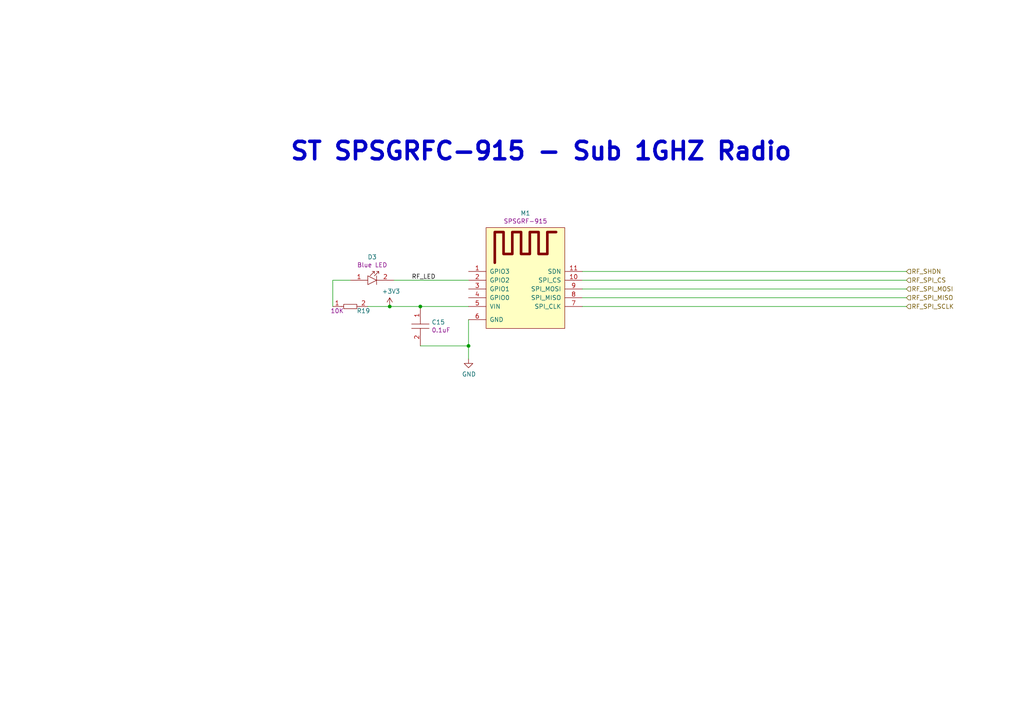
<source format=kicad_sch>
(kicad_sch (version 20231120) (generator "eeschema") (generator_version "8.0")
  (paper "A4")
  (lib_symbols
    (symbol "AVR-KiCAD-Lib-Capacitors:C0402C104K9PACTU" (pin_names (offset 1.016))
      (property "Reference" "C" (at -2.54 2.54 0))
      (property "_Value_" "0.1uF" (at 58.42 63.5 0))
      (symbol "C0402C104K9PACTU_1_1"
        (polyline (pts (xy 0 2.54) (xy 0 -2.54)))
        (polyline (pts (xy 1.27 2.54) (xy 1.27 -2.54)))
        (pin input line (at -5.08 0 0) (length 5.08) (name "~") (number "1"))
        (pin input line (at 6.35 0 180) (length 5.08) (name "~") (number "2"))
      )
    )
    (symbol "AVR-KiCAD-Lib-Diodes:LTST-C194TBKT" (pin_names (offset 1.016))
      (property "Reference" "D" (at -2.54 2.54 0))
      (property "_Value_" "Blue LED" (at 58.42 63.5 0))
      (symbol "LTST-C194TBKT_0_1"
        (polyline (pts (xy -0.635 1.27) (xy 0.635 2.54)))
        (polyline (pts (xy 0.635 2.54) (xy 0 2.54)))
        (polyline (pts (xy 0.635 2.54) (xy 0.635 1.905)))
        (polyline (pts (xy 1.27 -1.27) (xy 1.27 1.27)))
        (polyline (pts (xy 1.905 2.54) (xy 1.905 1.905)))
        (polyline (pts (xy 0.635 1.27) (xy 1.905 2.54) (xy 1.27 2.54)))
        (polyline (pts (xy -1.27 1.27) (xy -1.27 -1.27) (xy 1.27 0) (xy -1.27 1.27)))
      )
      (symbol "LTST-C194TBKT_1_1"
        (pin passive line (at -6.35 0 0) (length 5.08) (name "~") (number "1"))
        (pin passive line (at 6.35 0 180) (length 5.08) (name "~") (number "2"))
      )
    )
    (symbol "AVR-KiCAD-Lib-Modules:SPSGRF-915" (pin_names (offset 1.016))
      (property "Reference" "M" (at 0 1.27 0))
      (property "_Value_" "SPSGRF-915" (at 6.35 -30.48 0))
      (symbol "SPSGRF-915_0_1"
        (rectangle (start 0 0) (end 22.86 -29.21) (fill (type background)))
      )
      (symbol "SPSGRF-915_1_1"
        (polyline (pts (xy 2.54 -10.16) (xy 2.54 -1.27) (xy 5.08 -1.27) (xy 5.08 -7.62) (xy 7.62 -7.62) (xy 7.62 -1.27) (xy 10.16 -1.27) (xy 10.16 -7.62) (xy 12.7 -7.62) (xy 12.7 -1.27) (xy 15.24 -1.27) (xy 15.24 -7.62) (xy 17.78 -7.62) (xy 17.78 -1.27) (xy 20.32 -1.27)) (stroke (width 0.762)))
        (pin bidirectional line (at -5.08 -12.7 0) (length 5.08) (name "GPIO3") (number "1"))
        (pin output line (at 27.94 -15.24 180) (length 5.08) (name "SPI_CS") (number "10"))
        (pin input line (at 27.94 -12.7 180) (length 5.08) (name "SDN") (number "11"))
        (pin bidirectional line (at -5.08 -15.24 0) (length 5.08) (name "GPIO2") (number "2"))
        (pin bidirectional line (at -5.08 -17.78 0) (length 5.08) (name "GPIO1") (number "3"))
        (pin bidirectional line (at -5.08 -20.32 0) (length 5.08) (name "GPIO0") (number "4"))
        (pin power_in line (at -5.08 -22.86 0) (length 5.08) (name "VIN") (number "5"))
        (pin passive line (at -5.08 -26.67 0) (length 5.08) (name "GND") (number "6"))
        (pin output line (at 27.94 -22.86 180) (length 5.08) (name "SPI_CLK") (number "7"))
        (pin input line (at 27.94 -20.32 180) (length 5.08) (name "SPI_MISO") (number "8"))
        (pin output line (at 27.94 -17.78 180) (length 5.08) (name "SPI_MOSI") (number "9"))
      )
    )
    (symbol "AVR-KiCAD-Lib-Resistors:RC0402FR-0710KL" (pin_names (offset 1.016))
      (property "Reference" "R" (at -2.54 2.54 0))
      (property "Value" "RC0402FR-0710KL" (at 1.27 5.08 0))
      (property "_Value_" "10K" (at 58.42 63.5 0))
      (symbol "RC0402FR-0710KL_0_1"
        (rectangle (start -1.905 0.635) (end 1.905 -0.635))
        (polyline (pts (xy -2.54 0) (xy -1.905 0)))
        (polyline (pts (xy -1.905 0) (xy -1.905 0)))
        (polyline (pts (xy 1.905 0) (xy 1.905 0)))
        (polyline (pts (xy 2.54 0) (xy 1.905 0)))
      )
      (symbol "RC0402FR-0710KL_1_1"
        (pin passive line (at -5.08 0 0) (length 2.5146) (name "~") (number "1"))
        (pin passive line (at 5.08 0 180) (length 2.5146) (name "~") (number "2"))
      )
    )
    (symbol "SunLeaf-Sense-S1G-rescue:+3V3-power" (power) (pin_names (offset 0))
      (property "Value" "power_+3V3" (at 0 3.556 0))
      (symbol "+3V3-power_0_1"
        (polyline (pts (xy -0.762 1.27) (xy 0 2.54)))
        (polyline (pts (xy 0 0) (xy 0 2.54)))
        (polyline (pts (xy 0 2.54) (xy 0.762 1.27)))
      )
      (symbol "+3V3-power_1_1"
        (pin power_in line (at 0 0 90) (length 0) hide (name "+3V3") (number "1"))
      )
    )
    (symbol "SunLeaf-Sense-S1G-rescue:GND-power" (power) (pin_names (offset 0))
      (property "Value" "power_GND" (at 0 -3.81 0))
      (symbol "GND-power_0_1"
        (polyline (pts (xy 0 0) (xy 0 -1.27) (xy 1.27 -1.27) (xy 0 -2.54) (xy -1.27 -1.27) (xy 0 -1.27)))
      )
      (symbol "GND-power_1_1"
        (pin power_in line (at 0 0 270) (length 0) hide (name "GND") (number "1"))
      )
    )
  )
  (junction (at 121.92 88.9))
  (junction (at 113.03 88.9))
  (junction (at 135.89 100.33))
  (wire (pts (xy 106.68 88.9) (xy 113.03 88.9)))
  (wire (pts (xy 135.89 100.33) (xy 135.89 104.14)))
  (wire (pts (xy 96.52 88.9) (xy 96.52 81.28)))
  (wire (pts (xy 121.92 100.33) (xy 135.89 100.33)))
  (wire (pts (xy 114.3 81.28) (xy 135.89 81.28)))
  (wire (pts (xy 168.91 88.9) (xy 262.89 88.9)))
  (wire (pts (xy 121.92 88.9) (xy 113.03 88.9)))
  (wire (pts (xy 262.89 81.28) (xy 168.91 81.28)))
  (wire (pts (xy 262.89 86.36) (xy 168.91 86.36)))
  (wire (pts (xy 96.52 81.28) (xy 101.6 81.28)))
  (wire (pts (xy 168.91 83.82) (xy 262.89 83.82)))
  (wire (pts (xy 135.89 92.71) (xy 135.89 100.33)))
  (wire (pts (xy 135.89 88.9) (xy 121.92 88.9)))
  (wire (pts (xy 168.91 78.74) (xy 262.89 78.74)))
  (text "ST SPSGRFC-915 - Sub 1GHZ Radio" (at 83.82 46.99 0) (effects (font (size 5.08 5.08) (thickness 1.016) (bold yes)) (justify left bottom)))
  (label "RF_LED" (at 119.38 81.28 0))
  (hierarchical_label "RF_SPI_MOSI" (shape input) (at 262.89 83.82 0))
  (hierarchical_label "RF_SHDN" (shape input) (at 262.89 78.74 0))
  (hierarchical_label "RF_SPI_SCLK" (shape input) (at 262.89 88.9 0))
  (hierarchical_label "RF_SPI_MISO" (shape input) (at 262.89 86.36 0))
  (hierarchical_label "RF_SPI_CS" (shape input) (at 262.89 81.28 0))
  (symbol (lib_id "SunLeaf-Sense-S1G-rescue:+3V3-power") (at 113.03 88.9 0) (unit 1)
    (property "Reference" "#PWR020" (effects (hide yes)))
    (property "Value" "+3V3" (at 113.411 84.5058 0))
  )
  (symbol (lib_id "SunLeaf-Sense-S1G-rescue:GND-power") (at 135.89 104.14 0) (unit 1)
    (property "Reference" "#PWR021" (effects (hide yes)))
    (property "Value" "GND" (at 136.017 108.5342 0))
  )
  (symbol (lib_id "AVR-KiCAD-Lib-Diodes:LTST-C194TBKT") (at 107.95 81.28 0) (unit 1)
    (property "Reference" "D3" (at 107.95 74.549 0))
    (property "Value" "LTST-C194TBKT" (effects (hide yes)))
    (property "Footprint" "AVR-KiCAD-Lib-Diodes:LED0603" (effects (hide yes)))
    (property "Datasheet" "http://optoelectronics.liteon.com/upload/download/DS22-2010-0025/LTST-C194TBKT.PDF" (effects (hide yes)))
    (property "Cost QTY: 1" "0.42000" (effects (hide yes)))
    (property "Cost QTY: 1000" "0.07797" (effects (hide yes)))
    (property "Cost QTY: 2500" "*" (effects (hide yes)))
    (property "Cost QTY: 5000" "0.06102" (effects (hide yes)))
    (property "Cost QTY: 10000" "0.05424" (effects (hide yes)))
    (property "MFR" "Lite-On Inc." (effects (hide yes)))
    (property "MFR#" "LTST-C194TBKT" (effects (hide yes)))
    (property "Vendor" "Digikey" (effects (hide yes)))
    (property "Vendor #" "160-1837-2-ND" (effects (hide yes)))
    (property "Designer" "AVR" (effects (hide yes)))
    (property "Height" "0.45mm" (effects (hide yes)))
    (property "Date Created" "3/1/2020" (effects (hide yes)))
    (property "Date Modified" "3/1/2020" (effects (hide yes)))
    (property "Lead-Free ?" "Yes" (effects (hide yes)))
    (property "RoHS Levels" "1" (effects (hide yes)))
    (property "Mounting" "SMT" (effects (hide yes)))
    (property "Pin Count #" "2" (effects (hide yes)))
    (property "Status" "Active" (effects (hide yes)))
    (property "Tolerance" "*" (effects (hide yes)))
    (property "Type" "Blue LED Colorless" (effects (hide yes)))
    (property "Voltage" "3.3V" (effects (hide yes)))
    (property "Package" "0603" (effects (hide yes)))
    (property "Description" "Blue 468nm LED Indication - Discrete 3.3V 0603 (1608 Metric)" (effects (hide yes)))
    (property "_Value_" "Blue LED" (at 107.95 76.8604 0))
    (property "Management_ID" "*" (effects (hide yes)))
  )
  (symbol (lib_id "AVR-KiCAD-Lib-Resistors:RC0402FR-0710KL") (at 101.6 88.9 0) (unit 1)
    (property "Reference" "R19" (at 105.41 90.17 0))
    (property "Value" "RC0402FR-0710KL" (effects (hide yes)))
    (property "Footprint" "AVR-KiCAD-Lib-Resistors:R0402" (effects (hide yes)))
    (property "Datasheet" "https://www.yageo.com/upload/media/product/productsearch/datasheet/rchip/PYu-RC_Group_51_RoHS_L_10.pdf" (effects (hide yes)))
    (property "Cost QTY: 1" "0.10000" (effects (hide yes)))
    (property "Cost QTY: 1000" "0.00289" (effects (hide yes)))
    (property "Cost QTY: 2500" "0.00251" (effects (hide yes)))
    (property "Cost QTY: 5000" "0.00207" (effects (hide yes)))
    (property "Cost QTY: 10000" "*" (effects (hide yes)))
    (property "MFR" "Yageo" (effects (hide yes)))
    (property "MFR#" "RC0402FR-0710KL" (effects (hide yes)))
    (property "Vendor" "Digikey" (effects (hide yes)))
    (property "Vendor #" "311-10.0KLRCT-ND" (effects (hide yes)))
    (property "Designer" "AVR" (effects (hide yes)))
    (property "Height" "0.4mm" (effects (hide yes)))
    (property "Date Created" "12/11/2019" (effects (hide yes)))
    (property "Date Modified" "12/11/2019" (effects (hide yes)))
    (property "Lead-Free ?" "Yes" (effects (hide yes)))
    (property "RoHS Levels" "1" (effects (hide yes)))
    (property "Mounting" "SMT" (effects (hide yes)))
    (property "Pin Count #" "2" (effects (hide yes)))
    (property "Status" "Active" (effects (hide yes)))
    (property "Tolerance" "1%" (effects (hide yes)))
    (property "Type" "Thick FIlm Resistor" (effects (hide yes)))
    (property "Voltage" "*" (effects (hide yes)))
    (property "Package" "0402" (effects (hide yes)))
    (property "_Value_" "10K" (at 97.79 90.17 0))
    (property "Management_ID" "*" (effects (hide yes)))
    (property "Description" "10 kOhms ±1% 0.063W, 1/16W Chip Resistor 0402 (1005 Metric) Moisture Resistant Thick Film" (effects (hide yes)))
  )
  (symbol (lib_id "AVR-KiCAD-Lib-Capacitors:C0402C104K9PACTU") (at 121.92 93.98 270) (unit 1)
    (property "Reference" "C15" (at 125.1712 93.4466 90) (effects (justify left)))
    (property "Value" "C0402C104K9PACTU" (effects (hide yes)))
    (property "Footprint" "AVR-KiCAD-Lib-Resistors:R0402" (effects (hide yes)))
    (property "Datasheet" "https://content.kemet.com/datasheets/KEM_C1006_X5R_SMD.pdf" (effects (hide yes)))
    (property "Cost QTY: 1" "0.10000" (effects (hide yes)))
    (property "Cost QTY: 1000" "0.01139" (effects (hide yes)))
    (property "Cost QTY: 2500" "0.01035" (effects (hide yes)))
    (property "Cost QTY: 5000" "0.00952" (effects (hide yes)))
    (property "Cost QTY: 10000" "0.00756" (effects (hide yes)))
    (property "MFR" "KEMET" (effects (hide yes)))
    (property "MFR#" "C0402C104K9PACTU" (effects (hide yes)))
    (property "Vendor" "Digikey" (effects (hide yes)))
    (property "Vendor #" "399-3026-6-ND" (effects (hide yes)))
    (property "Designer" "AVR" (effects (hide yes)))
    (property "Height" "0.55mm" (effects (hide yes)))
    (property "Date Created" "12/7/2019" (effects (hide yes)))
    (property "Date Modified" "12/7/2019" (effects (hide yes)))
    (property "Lead-Free ?" "Yes" (effects (hide yes)))
    (property "RoHS Levels" "1" (effects (hide yes)))
    (property "Mounting" "SMT" (effects (hide yes)))
    (property "Pin Count #" "2" (effects (hide yes)))
    (property "Status" "Active" (effects (hide yes)))
    (property "Tolerance" "10%" (effects (hide yes)))
    (property "Type" "Ceramic Cap" (effects (hide yes)))
    (property "Voltage" "6.3V" (effects (hide yes)))
    (property "Package" "0402" (effects (hide yes)))
    (property "Description" "0.1µF ±10% 6.3V Ceramic Capacitor X5R 0402 (1005 Metric)" (effects (hide yes)))
    (property "_Value_" "0.1uF" (at 125.1712 95.758 90) (effects (justify left)))
    (property "Management_ID" "*" (effects (hide yes)))
  )
  (symbol (lib_id "AVR-KiCAD-Lib-Modules:SPSGRF-915") (at 140.97 66.04 0) (unit 1)
    (property "Reference" "M1" (at 152.4 61.849 0))
    (property "Value" "SPSGRF-915" (effects (hide yes)))
    (property "Footprint" "AVR-KiCAD-Lib-Modules:XCVR_SPSGRF-915" (effects (hide yes)))
    (property "Datasheet" "https://www.st.com/content/ccc/resource/technical/document/datasheet/f9/a3/aa/67/de/86/4b/62/DM00171035.pdf/files/DM00171035.pdf/jcr:content/translations/en.DM00171035.pdf" (effects (hide yes)))
    (property "Cost QTY: 1" "15.79000" (effects (hide yes)))
    (property "Cost QTY: 1000" "10.00160" (effects (hide yes)))
    (property "Cost QTY: 2500" "*" (effects (hide yes)))
    (property "Cost QTY: 5000" "9.32480" (effects (hide yes)))
    (property "Cost QTY: 10000" "9.02400" (effects (hide yes)))
    (property "MFR" "STMicroelectronics" (effects (hide yes)))
    (property "MFR#" "SPSGRF-915" (effects (hide yes)))
    (property "Vendor" "Digikey" (effects (hide yes)))
    (property "Vendor #" "497-15956-ND" (effects (hide yes)))
    (property "Designer" "AVR" (effects (hide yes)))
    (property "Height" "2mm" (effects (hide yes)))
    (property "Date Created" "6/4/2020" (effects (hide yes)))
    (property "Date Modified" "6/4/2020" (effects (hide yes)))
    (property "Lead-Free ?" "Yes" (effects (hide yes)))
    (property "RoHS Levels" "1" (effects (hide yes)))
    (property "Mounting" "SMT" (effects (hide yes)))
    (property "Pin Count #" "11" (effects (hide yes)))
    (property "Status" "Active" (effects (hide yes)))
    (property "Tolerance" "*" (effects (hide yes)))
    (property "Type" "SoM" (effects (hide yes)))
    (property "Voltage" "1.8V ~ 3.6V" (effects (hide yes)))
    (property "Package" "Proprietary Module" (effects (hide yes)))
    (property "Description" "General ISM < 1GHz  Transceiver Module 915MHz Integrated, Chip Surface Mount" (effects (hide yes)))
    (property "_Value_" "SPSGRF-915" (at 152.4 64.1604 0))
    (property "Management_ID" "*" (effects (hide yes)))
  )
)
</source>
